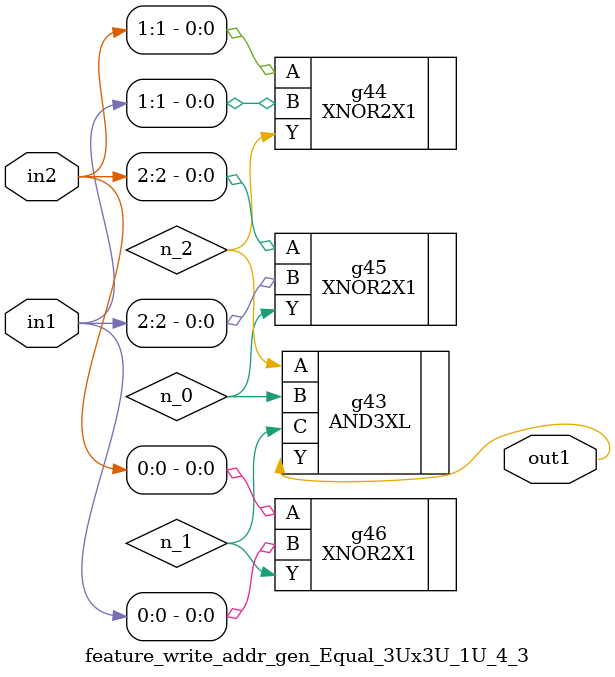
<source format=v>
`timescale 1ps / 1ps


module feature_write_addr_gen_Equal_3Ux3U_1U_4_3(in2, in1, out1);
  input [2:0] in2, in1;
  output out1;
  wire [2:0] in2, in1;
  wire out1;
  wire n_0, n_1, n_2;
  AND3XL g43(.A (n_2), .B (n_0), .C (n_1), .Y (out1));
  XNOR2X1 g44(.A (in2[1]), .B (in1[1]), .Y (n_2));
  XNOR2X1 g46(.A (in2[0]), .B (in1[0]), .Y (n_1));
  XNOR2X1 g45(.A (in2[2]), .B (in1[2]), .Y (n_0));
endmodule



</source>
